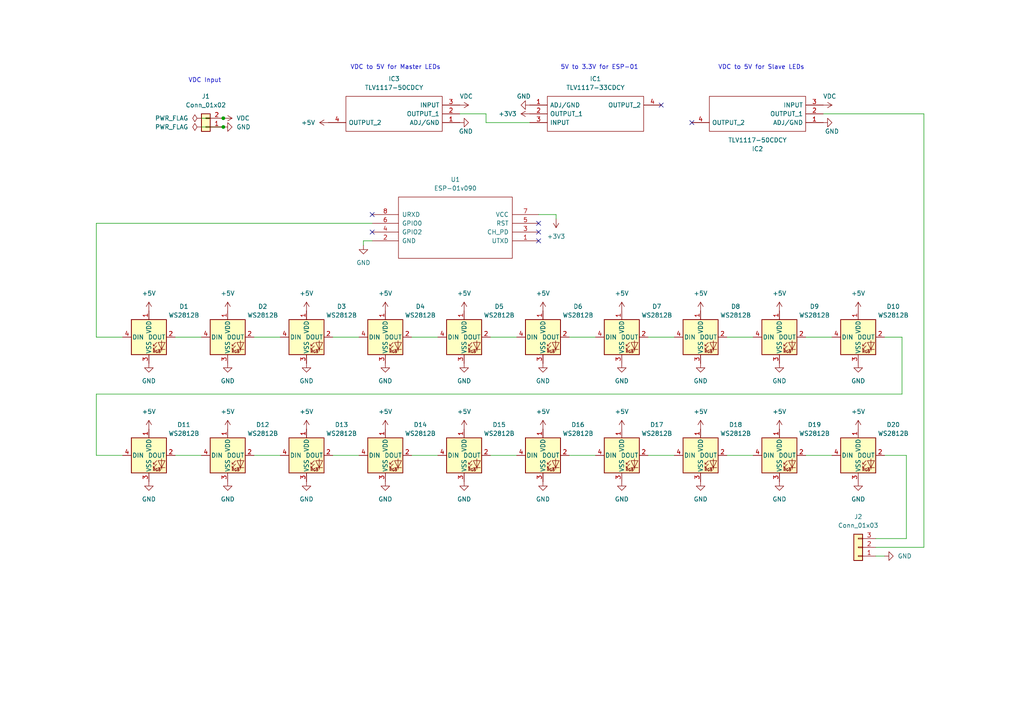
<source format=kicad_sch>
(kicad_sch (version 20211123) (generator eeschema)
  (paper "A4")
  (title_block (title "PCB Challenge - Master") (date "2022-01-06") (rev "01"))
  (lib_symbols
    (symbol "Connector_Generic:Conn_01x02" (pin_names (offset 1.016) hide)
      (property "Reference" "J" (at 0 2.54 0))
      (property "Value" "Conn_01x02" (at 0 -5.08 0))
      (symbol "Conn_01x02_1_1"
        (rectangle (start -1.27 -2.413) (end 0 -2.667) (stroke (width 0.1524)))
        (rectangle (start -1.27 0.127) (end 0 -0.127) (stroke (width 0.1524)))
        (rectangle (start -1.27 1.27) (end 1.27 -3.81) (stroke (width 0.254)) (fill (type background)))
        (pin passive line (at -5.08 0 0) (length 3.81) (name "Pin_1") (number "1"))
        (pin passive line (at -5.08 -2.54 0) (length 3.81) (name "Pin_2") (number "2"))
      )
    )
    (symbol "Connector_Generic:Conn_01x03" (pin_names (offset 1.016) hide)
      (property "Reference" "J" (at 0 5.08 0))
      (property "Value" "Conn_01x03" (at 0 -5.08 0))
      (symbol "Conn_01x03_1_1"
        (rectangle (start -1.27 -2.413) (end 0 -2.667) (stroke (width 0.1524)))
        (rectangle (start -1.27 0.127) (end 0 -0.127) (stroke (width 0.1524)))
        (rectangle (start -1.27 2.667) (end 0 2.413) (stroke (width 0.1524)))
        (rectangle (start -1.27 3.81) (end 1.27 -3.81) (stroke (width 0.254)) (fill (type background)))
        (pin passive line (at -5.08 2.54 0) (length 3.81) (name "Pin_1") (number "1"))
        (pin passive line (at -5.08 0 0) (length 3.81) (name "Pin_2") (number "2"))
        (pin passive line (at -5.08 -2.54 0) (length 3.81) (name "Pin_3") (number "3"))
      )
    )
    (symbol "ESP8266:ESP-01v090" (pin_names (offset 1.016))
      (property "Reference" "U" (at 0 -2.54 0))
      (property "Value" "ESP-01v090" (at 0 2.54 0))
      (symbol "ESP-01v090_1_0"
        (rectangle (start -16.51 -8.89) (end 16.51 8.89))
      )
      (symbol "ESP-01v090_1_1"
        (pin output line (at -24.13 3.81 0) (length 7.62) (name "UTXD") (number "1"))
        (pin power_in line (at 24.13 3.81 180) (length 7.62) (name "GND") (number "2"))
        (pin input line (at -24.13 1.27 0) (length 7.62) (name "CH_PD") (number "3"))
        (pin tri_state line (at 24.13 1.27 180) (length 7.62) (name "GPIO2") (number "4"))
        (pin input line (at -24.13 -1.27 0) (length 7.62) (name "RST") (number "5"))
        (pin tri_state line (at 24.13 -1.27 180) (length 7.62) (name "GPIO0") (number "6"))
        (pin power_in line (at -24.13 -3.81 0) (length 7.62) (name "VCC") (number "7"))
        (pin input line (at 24.13 -3.81 180) (length 7.62) (name "URXD") (number "8"))
      )
    )
    (symbol "LED:WS2812B" (pin_names (offset 0.254))
      (property "Reference" "D" (at 5.08 5.715 0))
      (property "Value" "WS2812B" (at 1.27 -5.715 0))
      (symbol "WS2812B_0_0"
        (text "RGB" (at 2.286 -4.191 0) (effects (font (size 0.762 0.762))))
      )
      (symbol "WS2812B_0_1"
        (polyline (pts (xy 1.27 -3.556) (xy 1.778 -3.556)))
        (polyline (pts (xy 1.27 -2.54) (xy 1.778 -2.54)))
        (polyline (pts (xy 4.699 -3.556) (xy 2.667 -3.556)))
        (polyline (pts (xy 2.286 -2.54) (xy 1.27 -3.556) (xy 1.27 -3.048)))
        (polyline (pts (xy 2.286 -1.524) (xy 1.27 -2.54) (xy 1.27 -2.032)))
        (polyline (pts (xy 3.683 -1.016) (xy 3.683 -3.556) (xy 3.683 -4.064)))
        (polyline (pts (xy 4.699 -1.524) (xy 2.667 -1.524) (xy 3.683 -3.556) (xy 4.699 -1.524)))
        (rectangle (start 5.08 5.08) (end -5.08 -5.08) (stroke (width 0.254)) (fill (type background)))
      )
      (symbol "WS2812B_1_1"
        (pin power_in line (at 0 7.62 270) (length 2.54) (name "VDD") (number "1"))
        (pin output line (at 7.62 0 180) (length 2.54) (name "DOUT") (number "2"))
        (pin power_in line (at 0 -7.62 90) (length 2.54) (name "VSS") (number "3"))
        (pin input line (at -7.62 0 0) (length 2.54) (name "DIN") (number "4"))
      )
    )
    (symbol "TLV1117-33CDCY:TLV1117-33CDCY" (pin_names (offset 0.762))
      (property "Reference" "IC1" (at 19.05 7.62 0))
      (property "Value" "TLV1117-33CDCY" (at 19.05 5.08 0))
      (symbol "TLV1117-33CDCY_0_0"
        (pin power_in line (at 0 0 0) (length 5.08) (name "ADJ/GND") (number "1"))
        (pin power_out line (at 0 -2.54 0) (length 5.08) (name "OUTPUT_1") (number "2"))
        (pin power_in line (at 0 -5.08 0) (length 5.08) (name "INPUT") (number "3"))
        (pin power_out line (at 38.1 0 180) (length 5.08) (name "OUTPUT_2") (number "4"))
      )
      (symbol "TLV1117-33CDCY_0_1"
        (polyline (pts (xy 5.08 2.54) (xy 33.02 2.54) (xy 33.02 -7.62) (xy 5.08 -7.62) (xy 5.08 2.54)) (stroke (width 0.1524)))
      )
    )
    (symbol "TLV1117-50CDCY:TLV1117-50CDCY" (pin_names (offset 0.762))
      (property "Reference" "IC2" (at 19.05 7.62 0))
      (property "Value" "TLV1117-50CDCY" (at 19.05 5.08 0))
      (symbol "TLV1117-50CDCY_0_0"
        (pin power_in line (at 0 0 0) (length 5.08) (name "ADJ/GND") (number "1"))
        (pin power_out line (at 0 -2.54 0) (length 5.08) (name "OUTPUT_1") (number "2"))
        (pin power_in line (at 0 -5.08 0) (length 5.08) (name "INPUT") (number "3"))
        (pin power_out line (at 38.1 0 180) (length 5.08) (name "OUTPUT_2") (number "4"))
      )
      (symbol "TLV1117-50CDCY_0_1"
        (polyline (pts (xy 5.08 2.54) (xy 33.02 2.54) (xy 33.02 -7.62) (xy 5.08 -7.62) (xy 5.08 2.54)) (stroke (width 0.1524)))
      )
    )
    (symbol "TLV1117-50CDCY_1" (pin_names (offset 0.762))
      (property "Reference" "IC3" (at 19.05 -12.7 0))
      (property "Value" "TLV1117-50CDCY" (at 15.24 -3.81 0))
      (symbol "TLV1117-50CDCY_1_0_0"
        (pin power_in line (at 7.62 -10.16 0) (length 5.08) (name "ADJ/GND") (number "1"))
        (pin power_out line (at 7.62 -12.7 0) (length 5.08) (name "OUTPUT_1") (number "2"))
        (pin power_in line (at 7.62 -15.24 0) (length 5.08) (name "INPUT") (number "3"))
        (pin power_out line (at 45.72 -10.16 180) (length 5.08) (name "OUTPUT_2") (number "4"))
      )
      (symbol "TLV1117-50CDCY_1_0_1"
        (polyline (pts (xy 12.7 -7.62) (xy 40.64 -7.62) (xy 40.64 -17.78) (xy 12.7 -17.78) (xy 12.7 -7.62)) (stroke (width 0.1524)))
      )
    )
    (symbol "power:+3.3V" (power) (pin_names (offset 0))
      (property "Value" "+3.3V" (at 0 3.556 0))
      (symbol "+3.3V_0_1"
        (polyline (pts (xy -0.762 1.27) (xy 0 2.54)))
        (polyline (pts (xy 0 0) (xy 0 2.54)))
        (polyline (pts (xy 0 2.54) (xy 0.762 1.27)))
      )
      (symbol "+3.3V_1_1"
        (pin power_in line (at 0 0 90) (length 0) hide (name "+3V3") (number "1"))
      )
    )
    (symbol "power:+5V" (power) (pin_names (offset 0))
      (property "Value" "+5V" (at 0 3.556 0))
      (symbol "+5V_0_1"
        (polyline (pts (xy -0.762 1.27) (xy 0 2.54)))
        (polyline (pts (xy 0 0) (xy 0 2.54)))
        (polyline (pts (xy 0 2.54) (xy 0.762 1.27)))
      )
      (symbol "+5V_1_1"
        (pin power_in line (at 0 0 90) (length 0) hide (name "+5V") (number "1"))
      )
    )
    (symbol "power:GND" (power) (pin_names (offset 0))
      (property "Value" "GND" (at 0 -3.81 0))
      (symbol "GND_0_1"
        (polyline (pts (xy 0 0) (xy 0 -1.27) (xy 1.27 -1.27) (xy 0 -2.54) (xy -1.27 -1.27) (xy 0 -1.27)))
      )
      (symbol "GND_1_1"
        (pin power_in line (at 0 0 270) (length 0) hide (name "GND") (number "1"))
      )
    )
    (symbol "power:PWR_FLAG" (power) (pin_numbers hide) (pin_names (offset 0) hide)
      (property "Value" "PWR_FLAG" (at 0 3.81 0))
      (symbol "PWR_FLAG_0_0"
        (pin power_out line (at 0 0 90) (length 0) (name "pwr") (number "1"))
      )
      (symbol "PWR_FLAG_0_1"
        (polyline (pts (xy 0 0) (xy 0 1.27) (xy -1.016 1.905) (xy 0 2.54) (xy 1.016 1.905) (xy 0 1.27)))
      )
    )
    (symbol "power:VDC" (power) (pin_names (offset 0))
      (property "Value" "VDC" (at 0 6.35 0))
      (symbol "VDC_0_1"
        (polyline (pts (xy -0.762 1.27) (xy 0 2.54)))
        (polyline (pts (xy 0 0) (xy 0 2.54)))
        (polyline (pts (xy 0 2.54) (xy 0.762 1.27)))
      )
      (symbol "VDC_1_1"
        (pin power_in line (at 0 0 90) (length 0) hide (name "VDC") (number "1"))
      )
    )
  )
  (junction (at 64.77 36.83))
  (junction (at 64.77 34.29))
  (no_connect (at 107.95 67.31))
  (no_connect (at 200.66 35.56))
  (no_connect (at 191.77 30.48))
  (no_connect (at 156.21 67.31))
  (no_connect (at 156.21 69.85))
  (no_connect (at 156.21 64.77))
  (no_connect (at 107.95 62.23))
  (wire (pts (xy 262.89 132.08) (xy 256.54 132.08)))
  (wire (pts (xy 140.97 35.56) (xy 153.67 35.56)))
  (wire (pts (xy 187.96 97.79) (xy 195.58 97.79)))
  (wire (pts (xy 73.66 132.08) (xy 81.28 132.08)))
  (wire (pts (xy 119.38 132.08) (xy 127 132.08)))
  (wire (pts (xy 27.94 132.08) (xy 35.56 132.08)))
  (wire (pts (xy 119.38 97.79) (xy 127 97.79)))
  (wire (pts (xy 133.35 33.02) (xy 140.97 33.02)))
  (wire (pts (xy 96.52 132.08) (xy 104.14 132.08)))
  (wire (pts (xy 142.24 97.79) (xy 149.86 97.79)))
  (wire (pts (xy 161.29 62.23) (xy 161.29 63.5)))
  (wire (pts (xy 233.68 132.08) (xy 241.3 132.08)))
  (wire (pts (xy 96.52 97.79) (xy 104.14 97.79)))
  (wire (pts (xy 27.94 114.3) (xy 27.94 132.08)))
  (wire (pts (xy 262.89 156.21) (xy 262.89 132.08)))
  (wire (pts (xy 210.82 97.79) (xy 218.44 97.79)))
  (wire (pts (xy 142.24 132.08) (xy 149.86 132.08)))
  (wire (pts (xy 254 156.21) (xy 262.89 156.21)))
  (wire (pts (xy 238.76 33.02) (xy 267.97 33.02)))
  (wire (pts (xy 254 161.29) (xy 256.54 161.29)))
  (wire (pts (xy 107.95 69.85) (xy 105.41 69.85)))
  (wire (pts (xy 261.62 97.79) (xy 261.62 114.3)))
  (wire (pts (xy 187.96 132.08) (xy 195.58 132.08)))
  (wire (pts (xy 140.97 33.02) (xy 140.97 35.56)))
  (wire (pts (xy 156.21 62.23) (xy 161.29 62.23)))
  (wire (pts (xy 105.41 69.85) (xy 105.41 71.12)))
  (wire (pts (xy 261.62 114.3) (xy 27.94 114.3)))
  (wire (pts (xy 233.68 97.79) (xy 241.3 97.79)))
  (wire (pts (xy 27.94 97.79) (xy 35.56 97.79)))
  (wire (pts (xy 58.42 36.83) (xy 64.77 36.83)))
  (wire (pts (xy 210.82 132.08) (xy 218.44 132.08)))
  (wire (pts (xy 165.1 132.08) (xy 172.72 132.08)))
  (wire (pts (xy 73.66 97.79) (xy 81.28 97.79)))
  (wire (pts (xy 107.95 64.77) (xy 27.94 64.77)))
  (wire (pts (xy 50.8 97.79) (xy 58.42 97.79)))
  (wire (pts (xy 58.42 34.29) (xy 64.77 34.29)))
  (wire (pts (xy 267.97 33.02) (xy 267.97 158.75)))
  (wire (pts (xy 254 158.75) (xy 267.97 158.75)))
  (wire (pts (xy 165.1 97.79) (xy 172.72 97.79)))
  (wire (pts (xy 50.8 132.08) (xy 58.42 132.08)))
  (wire (pts (xy 27.94 64.77) (xy 27.94 97.79)))
  (wire (pts (xy 256.54 97.79) (xy 261.62 97.79)))
  (text "5V to 3.3V for ESP-01" (at 162.56 20.32 0) (effects (font (size 1.27 1.27)) (justify left bottom)))
  (text "VDC to 5V for Slave LEDs" (at 208.28 20.32 0) (effects (font (size 1.27 1.27)) (justify left bottom)))
  (text "VDC Input" (at 54.61 24.13 0) (effects (font (size 1.27 1.27)) (justify left bottom)))
  (text "VDC to 5V for Master LEDs" (at 101.6 20.32 0) (effects (font (size 1.27 1.27)) (justify left bottom)))
  (symbol (lib_id "power:+5V") (at 134.62 124.46 0) (unit 1)
    (property "Reference" "#PWR036" (effects hide))
    (property "Value" "+5V" (at 134.62 119.38 0))
  )
  (symbol (lib_id "LED:WS2812B") (at 226.06 132.08 0) (unit 1)
    (property "Reference" "D19" (at 236.22 123.19 0))
    (property "Value" "WS2812B" (at 236.22 125.73 0))
    (property "Footprint" "LED_SMD:LED_WS2812B_PLCC4_5.0x5.0mm_P3.2mm" (effects hide))
    (property "Datasheet" "https://cdn-shop.adafruit.com/datasheets/WS2812B.pdf" (effects hide))
  )
  (symbol (lib_id "power:+5V") (at 88.9 124.46 0) (unit 1)
    (property "Reference" "#PWR034" (effects hide))
    (property "Value" "+5V" (at 88.9 119.38 0))
  )
  (symbol (lib_id "power:GND") (at 157.48 105.41 0) (unit 1)
    (property "Reference" "#PWR027" (effects hide))
    (property "Value" "GND" (at 157.48 110.49 0))
  )
  (symbol (lib_id "power:GND") (at 88.9 139.7 0) (unit 1)
    (property "Reference" "#PWR044" (effects hide))
    (property "Value" "GND" (at 88.9 144.78 0))
  )
  (symbol (lib_id "LED:WS2812B") (at 248.92 132.08 0) (unit 1)
    (property "Reference" "D20" (at 259.08 123.19 0))
    (property "Value" "WS2812B" (at 259.08 125.73 0))
    (property "Footprint" "LED_SMD:LED_WS2812B_PLCC4_5.0x5.0mm_P3.2mm" (effects hide))
    (property "Datasheet" "https://cdn-shop.adafruit.com/datasheets/WS2812B.pdf" (effects hide))
  )
  (symbol (lib_id "LED:WS2812B") (at 180.34 97.79 0) (unit 1)
    (property "Reference" "D7" (at 190.5 88.9 0))
    (property "Value" "WS2812B" (at 190.5 91.44 0))
    (property "Footprint" "LED_SMD:LED_WS2812B_PLCC4_5.0x5.0mm_P3.2mm" (effects hide))
    (property "Datasheet" "https://cdn-shop.adafruit.com/datasheets/WS2812B.pdf" (effects hide))
  )
  (symbol (lib_id "power:+5V") (at 226.06 90.17 0) (unit 1)
    (property "Reference" "#PWR020" (effects hide))
    (property "Value" "+5V" (at 226.06 85.09 0))
  )
  (symbol (lib_id "power:+5V") (at 66.04 124.46 0) (unit 1)
    (property "Reference" "#PWR033" (effects hide))
    (property "Value" "+5V" (at 66.04 119.38 0))
  )
  (symbol (lib_id "power:+5V") (at 203.2 124.46 0) (unit 1)
    (property "Reference" "#PWR039" (effects hide))
    (property "Value" "+5V" (at 203.2 119.38 0))
  )
  (symbol (lib_id "Connector_Generic:Conn_01x02") (at 59.69 36.83 180) (unit 1)
    (property "Reference" "J1" (at 59.69 27.94 0))
    (property "Value" "Conn_01x02" (at 59.69 30.48 0))
    (property "Footprint" "Connector_PinHeader_2.54mm:PinHeader_1x02_P2.54mm_Horizontal" (effects hide))
  )
  (symbol (lib_id "power:GND") (at 248.92 105.41 0) (unit 1)
    (property "Reference" "#PWR031" (effects hide))
    (property "Value" "GND" (at 248.92 110.49 0))
  )
  (symbol (lib_id "LED:WS2812B") (at 88.9 97.79 0) (unit 1)
    (property "Reference" "D3" (at 99.06 88.9 0))
    (property "Value" "WS2812B" (at 99.06 91.44 0))
    (property "Footprint" "LED_SMD:LED_WS2812B_PLCC4_5.0x5.0mm_P3.2mm" (effects hide))
    (property "Datasheet" "https://cdn-shop.adafruit.com/datasheets/WS2812B.pdf" (effects hide))
  )
  (symbol (lib_id "power:GND") (at 66.04 139.7 0) (unit 1)
    (property "Reference" "#PWR043" (effects hide))
    (property "Value" "GND" (at 66.04 144.78 0))
  )
  (symbol (lib_id "LED:WS2812B") (at 203.2 132.08 0) (unit 1)
    (property "Reference" "D18" (at 213.36 123.19 0))
    (property "Value" "WS2812B" (at 213.36 125.73 0))
    (property "Footprint" "LED_SMD:LED_WS2812B_PLCC4_5.0x5.0mm_P3.2mm" (effects hide))
    (property "Datasheet" "https://cdn-shop.adafruit.com/datasheets/WS2812B.pdf" (effects hide))
  )
  (symbol (lib_id "power:+5V") (at 95.25 35.56 90) (unit 1)
    (property "Reference" "#PWR06" (effects hide))
    (property "Value" "+5V" (at 91.44 35.56 90) (effects (justify left)))
  )
  (symbol (lib_id "power:+5V") (at 43.18 90.17 0) (unit 1)
    (property "Reference" "#PWR012" (effects hide))
    (property "Value" "+5V" (at 43.18 85.09 0))
  )
  (symbol (lib_id "TLV1117-50CDCY:TLV1117-50CDCY") (at 238.76 35.56 180) (unit 1)
    (property "Reference" "IC2" (at 219.71 43.18 0))
    (property "Value" "TLV1117-50CDCY" (at 219.71 40.64 0))
    (property "Footprint" "TLV1117:TLV1117-50CDCY" (effects hide))
    (property "Datasheet" "https://www.ti.com/lit/ds/symlink/tlv1117.pdf?ts=1607586972995&ref_url=https%253A%252F%252Fwww.ti.com%252Fstore%252Fti%252Fen%252Fp%252Fproduct%252F%253Fp%253DTLV1117IDCY" (effects hide))
    (property "Description" "Single Output LDO, 800mA, Fixed and Adj., Internal Current limit, Thermal Overload Protection" (effects hide))
    (property "Height" "1.8" (effects hide))
    (property "Manufacturer_Name" "Texas Instruments" (effects hide))
    (property "Manufacturer_Part_Number" "TLV1117-50CDCY" (effects hide))
    (property "Mouser Part Number" "595-TLV1117-50CDCY" (effects hide))
    (property "Mouser Price/Stock" "https://www.mouser.co.uk/ProductDetail/Texas-Instruments/TLV1117-50CDCY?qs=p6lVfQR1GSpDSJc9oax3wA%3D%3D" (effects hide))
    (property "Arrow Part Number" "TLV1117-50CDCY" (effects hide))
    (property "Arrow Price/Stock" "https://www.arrow.com/en/products/tlv1117-50cdcy/texas-instruments" (effects hide))
  )
  (symbol (lib_name "TLV1117-50CDCY_1") (lib_id "TLV1117-50CDCY:TLV1117-50CDCY") (at 140.97 45.72 180) (unit 1)
    (property "Reference" "IC3" (at 114.3 22.86 0))
    (property "Value" "TLV1117-50CDCY" (at 114.3 25.4 0))
    (property "Footprint" "TLV1117:TLV1117-50CDCY" (effects hide))
    (property "Datasheet" "https://www.ti.com/lit/ds/symlink/tlv1117.pdf?ts=1607586972995&ref_url=https%253A%252F%252Fwww.ti.com%252Fstore%252Fti%252Fen%252Fp%252Fproduct%252F%253Fp%253DTLV1117IDCY" (effects hide))
    (property "Description" "Single Output LDO, 800mA, Fixed and Adj., Internal Current limit, Thermal Overload Protection" (effects hide))
    (property "Height" "1.8" (effects hide))
    (property "Manufacturer_Name" "Texas Instruments" (effects hide))
    (property "Manufacturer_Part_Number" "TLV1117-50CDCY" (effects hide))
    (property "Mouser Part Number" "595-TLV1117-50CDCY" (effects hide))
    (property "Mouser Price/Stock" "https://www.mouser.co.uk/ProductDetail/Texas-Instruments/TLV1117-50CDCY?qs=p6lVfQR1GSpDSJc9oax3wA%3D%3D" (effects hide))
    (property "Arrow Part Number" "TLV1117-50CDCY" (effects hide))
    (property "Arrow Price/Stock" "https://www.arrow.com/en/products/tlv1117-50cdcy/texas-instruments" (effects hide))
  )
  (symbol (lib_id "power:GND") (at 134.62 139.7 0) (unit 1)
    (property "Reference" "#PWR046" (effects hide))
    (property "Value" "GND" (at 134.62 144.78 0))
  )
  (symbol (lib_id "LED:WS2812B") (at 157.48 132.08 0) (unit 1)
    (property "Reference" "D16" (at 167.64 123.19 0))
    (property "Value" "WS2812B" (at 167.64 125.73 0))
    (property "Footprint" "LED_SMD:LED_WS2812B_PLCC4_5.0x5.0mm_P3.2mm" (effects hide))
    (property "Datasheet" "https://cdn-shop.adafruit.com/datasheets/WS2812B.pdf" (effects hide))
  )
  (symbol (lib_id "power:+5V") (at 248.92 124.46 0) (unit 1)
    (property "Reference" "#PWR041" (effects hide))
    (property "Value" "+5V" (at 248.92 119.38 0))
  )
  (symbol (lib_id "power:GND") (at 111.76 105.41 0) (unit 1)
    (property "Reference" "#PWR025" (effects hide))
    (property "Value" "GND" (at 111.76 110.49 0))
  )
  (symbol (lib_id "power:GND") (at 66.04 105.41 0) (unit 1)
    (property "Reference" "#PWR023" (effects hide))
    (property "Value" "GND" (at 66.04 110.49 0))
  )
  (symbol (lib_id "power:+5V") (at 248.92 90.17 0) (unit 1)
    (property "Reference" "#PWR021" (effects hide))
    (property "Value" "+5V" (at 248.92 85.09 0))
  )
  (symbol (lib_id "TLV1117-33CDCY:TLV1117-33CDCY") (at 153.67 30.48 0) (unit 1)
    (property "Reference" "IC1" (at 172.72 22.86 0))
    (property "Value" "TLV1117-33CDCY" (at 172.72 25.4 0))
    (property "Footprint" "TLV1117:TLV1117-33CDCY" (effects hide))
    (property "Datasheet" "https://datasheet.datasheetarchive.com/originals/distributors/Datasheets-DGA25/1767134.pdf" (effects hide))
    (property "Description" "Single Output LDO, 800mA, Fixed and Adj., Internal Current limit, Thermal Overload Protection" (effects hide))
    (property "Height" "1.8" (effects hide))
    (property "Manufacturer_Name" "Texas Instruments" (effects hide))
    (property "Manufacturer_Part_Number" "TLV1117-33CDCY" (effects hide))
    (property "Mouser Part Number" "595-TLV1117-33CDCY" (effects hide))
    (property "Mouser Price/Stock" "https://www.mouser.co.uk/ProductDetail/Texas-Instruments/TLV1117-33CDCY?qs=p6lVfQR1GSrArgD96KIXHQ%3D%3D" (effects hide))
    (property "Arrow Part Number" "TLV1117-33CDCY" (effects hide))
    (property "Arrow Price/Stock" "https://www.arrow.com/en/products/tlv1117-33cdcy/texas-instruments?region=nac" (effects hide))
  )
  (symbol (lib_id "power:GND") (at 105.41 71.12 0) (unit 1)
    (property "Reference" "#PWR011" (effects hide))
    (property "Value" "GND" (at 105.41 76.2 0))
  )
  (symbol (lib_id "power:GND") (at 180.34 105.41 0) (unit 1)
    (property "Reference" "#PWR028" (effects hide))
    (property "Value" "GND" (at 180.34 110.49 0))
  )
  (symbol (lib_id "power:GND") (at 238.76 35.56 90) (unit 1)
    (property "Reference" "#PWR04" (effects hide))
    (property "Value" "GND" (at 241.3 38.1 90))
  )
  (symbol (lib_id "power:+5V") (at 180.34 124.46 0) (unit 1)
    (property "Reference" "#PWR038" (effects hide))
    (property "Value" "+5V" (at 180.34 119.38 0))
  )
  (symbol (lib_id "power:GND") (at 256.54 161.29 90) (unit 1)
    (property "Reference" "#PWR052" (effects hide))
    (property "Value" "GND" (at 260.35 161.2899 90) (effects (justify right)))
  )
  (symbol (lib_id "power:+5V") (at 180.34 90.17 0) (unit 1)
    (property "Reference" "#PWR018" (effects hide))
    (property "Value" "+5V" (at 180.34 85.09 0))
  )
  (symbol (lib_id "power:GND") (at 226.06 139.7 0) (unit 1)
    (property "Reference" "#PWR050" (effects hide))
    (property "Value" "GND" (at 226.06 144.78 0))
  )
  (symbol (lib_id "power:GND") (at 203.2 105.41 0) (unit 1)
    (property "Reference" "#PWR029" (effects hide))
    (property "Value" "GND" (at 203.2 110.49 0))
  )
  (symbol (lib_id "power:GND") (at 248.92 139.7 0) (unit 1)
    (property "Reference" "#PWR051" (effects hide))
    (property "Value" "GND" (at 248.92 144.78 0))
  )
  (symbol (lib_id "power:GND") (at 64.77 36.83 90) (unit 1)
    (property "Reference" "#PWR09" (effects hide))
    (property "Value" "GND" (at 68.58 36.8299 90) (effects (justify right)))
  )
  (symbol (lib_id "LED:WS2812B") (at 66.04 97.79 0) (unit 1)
    (property "Reference" "D2" (at 76.2 88.9 0))
    (property "Value" "WS2812B" (at 76.2 91.44 0))
    (property "Footprint" "LED_SMD:LED_WS2812B_PLCC4_5.0x5.0mm_P3.2mm" (effects hide))
    (property "Datasheet" "https://cdn-shop.adafruit.com/datasheets/WS2812B.pdf" (effects hide))
  )
  (symbol (lib_id "power:GND") (at 157.48 139.7 0) (unit 1)
    (property "Reference" "#PWR047" (effects hide))
    (property "Value" "GND" (at 157.48 144.78 0))
  )
  (symbol (lib_id "LED:WS2812B") (at 111.76 97.79 0) (unit 1)
    (property "Reference" "D4" (at 121.92 88.9 0))
    (property "Value" "WS2812B" (at 121.92 91.44 0))
    (property "Footprint" "LED_SMD:LED_WS2812B_PLCC4_5.0x5.0mm_P3.2mm" (effects hide))
    (property "Datasheet" "https://cdn-shop.adafruit.com/datasheets/WS2812B.pdf" (effects hide))
  )
  (symbol (lib_id "power:GND") (at 88.9 105.41 0) (unit 1)
    (property "Reference" "#PWR024" (effects hide))
    (property "Value" "GND" (at 88.9 110.49 0))
  )
  (symbol (lib_id "power:+5V") (at 111.76 124.46 0) (unit 1)
    (property "Reference" "#PWR035" (effects hide))
    (property "Value" "+5V" (at 111.76 119.38 0))
  )
  (symbol (lib_id "power:+5V") (at 203.2 90.17 0) (unit 1)
    (property "Reference" "#PWR019" (effects hide))
    (property "Value" "+5V" (at 203.2 85.09 0))
  )
  (symbol (lib_id "ESP8266:ESP-01v090") (at 132.08 66.04 180) (unit 1)
    (property "Reference" "U1" (at 132.08 52.07 0))
    (property "Value" "ESP-01v090" (at 132.08 54.61 0))
    (property "Footprint" "ESP8266:ESP-01" (effects hide))
  )
  (symbol (lib_id "LED:WS2812B") (at 111.76 132.08 0) (unit 1)
    (property "Reference" "D14" (at 121.92 123.19 0))
    (property "Value" "WS2812B" (at 121.92 125.73 0))
    (property "Footprint" "LED_SMD:LED_WS2812B_PLCC4_5.0x5.0mm_P3.2mm" (effects hide))
    (property "Datasheet" "https://cdn-shop.adafruit.com/datasheets/WS2812B.pdf" (effects hide))
  )
  (symbol (lib_id "power:GND") (at 226.06 105.41 0) (unit 1)
    (property "Reference" "#PWR030" (effects hide))
    (property "Value" "GND" (at 226.06 110.49 0))
  )
  (symbol (lib_id "power:GND") (at 180.34 139.7 0) (unit 1)
    (property "Reference" "#PWR048" (effects hide))
    (property "Value" "GND" (at 180.34 144.78 0))
  )
  (symbol (lib_id "LED:WS2812B") (at 43.18 97.79 0) (unit 1)
    (property "Reference" "D1" (at 53.34 88.9 0))
    (property "Value" "WS2812B" (at 53.34 91.44 0))
    (property "Footprint" "LED_SMD:LED_WS2812B_PLCC4_5.0x5.0mm_P3.2mm" (effects hide))
    (property "Datasheet" "https://cdn-shop.adafruit.com/datasheets/WS2812B.pdf" (effects hide))
  )
  (symbol (lib_id "power:GND") (at 134.62 105.41 0) (unit 1)
    (property "Reference" "#PWR026" (effects hide))
    (property "Value" "GND" (at 134.62 110.49 0))
  )
  (symbol (lib_id "LED:WS2812B") (at 226.06 97.79 0) (unit 1)
    (property "Reference" "D9" (at 236.22 88.9 0))
    (property "Value" "WS2812B" (at 236.22 91.44 0))
    (property "Footprint" "LED_SMD:LED_WS2812B_PLCC4_5.0x5.0mm_P3.2mm" (effects hide))
    (property "Datasheet" "https://cdn-shop.adafruit.com/datasheets/WS2812B.pdf" (effects hide))
  )
  (symbol (lib_id "LED:WS2812B") (at 203.2 97.79 0) (unit 1)
    (property "Reference" "D8" (at 213.36 88.9 0))
    (property "Value" "WS2812B" (at 213.36 91.44 0))
    (property "Footprint" "LED_SMD:LED_WS2812B_PLCC4_5.0x5.0mm_P3.2mm" (effects hide))
    (property "Datasheet" "https://cdn-shop.adafruit.com/datasheets/WS2812B.pdf" (effects hide))
  )
  (symbol (lib_id "Connector_Generic:Conn_01x03") (at 248.92 158.75 180) (unit 1)
    (property "Reference" "J2" (at 248.92 149.86 0))
    (property "Value" "Conn_01x03" (at 248.92 152.4 0))
    (property "Footprint" "Connector_PinHeader_2.54mm:PinHeader_1x03_P2.54mm_Vertical" (effects hide))
  )
  (symbol (lib_id "power:+5V") (at 134.62 90.17 0) (unit 1)
    (property "Reference" "#PWR016" (effects hide))
    (property "Value" "+5V" (at 134.62 85.09 0))
  )
  (symbol (lib_id "power:+5V") (at 66.04 90.17 0) (unit 1)
    (property "Reference" "#PWR013" (effects hide))
    (property "Value" "+5V" (at 66.04 85.09 0))
  )
  (symbol (lib_id "power:PWR_FLAG") (at 58.42 36.83 90) (unit 1)
    (property "Reference" "#FLG02" (effects hide))
    (property "Value" "PWR_FLAG" (at 54.61 36.8299 90) (effects (justify left)))
  )
  (symbol (lib_id "LED:WS2812B") (at 134.62 132.08 0) (unit 1)
    (property "Reference" "D15" (at 144.78 123.19 0))
    (property "Value" "WS2812B" (at 144.78 125.73 0))
    (property "Footprint" "LED_SMD:LED_WS2812B_PLCC4_5.0x5.0mm_P3.2mm" (effects hide))
    (property "Datasheet" "https://cdn-shop.adafruit.com/datasheets/WS2812B.pdf" (effects hide))
  )
  (symbol (lib_id "power:PWR_FLAG") (at 58.42 34.29 90) (unit 1)
    (property "Reference" "#FLG01" (effects hide))
    (property "Value" "PWR_FLAG" (at 54.61 34.2899 90) (effects (justify left)))
  )
  (symbol (lib_id "power:+5V") (at 157.48 124.46 0) (unit 1)
    (property "Reference" "#PWR037" (effects hide))
    (property "Value" "+5V" (at 157.48 119.38 0))
  )
  (symbol (lib_id "power:+5V") (at 88.9 90.17 0) (unit 1)
    (property "Reference" "#PWR014" (effects hide))
    (property "Value" "+5V" (at 88.9 85.09 0))
  )
  (symbol (lib_id "power:+5V") (at 111.76 90.17 0) (unit 1)
    (property "Reference" "#PWR015" (effects hide))
    (property "Value" "+5V" (at 111.76 85.09 0))
  )
  (symbol (lib_id "power:VDC") (at 133.35 30.48 270) (unit 1)
    (property "Reference" "#PWR01" (effects hide))
    (property "Value" "VDC" (at 137.16 27.94 90) (effects (justify right)))
  )
  (symbol (lib_id "power:GND") (at 43.18 139.7 0) (unit 1)
    (property "Reference" "#PWR042" (effects hide))
    (property "Value" "GND" (at 43.18 144.78 0))
  )
  (symbol (lib_id "power:+3.3V") (at 153.67 33.02 90) (unit 1)
    (property "Reference" "#PWR03" (effects hide))
    (property "Value" "+3.3V" (at 149.86 33.02 90) (effects (justify left)))
  )
  (symbol (lib_id "power:GND") (at 133.35 35.56 90) (unit 1)
    (property "Reference" "#PWR07" (effects hide))
    (property "Value" "GND" (at 137.16 38.1 90) (effects (justify left)))
  )
  (symbol (lib_id "LED:WS2812B") (at 180.34 132.08 0) (unit 1)
    (property "Reference" "D17" (at 190.5 123.19 0))
    (property "Value" "WS2812B" (at 190.5 125.73 0))
    (property "Footprint" "LED_SMD:LED_WS2812B_PLCC4_5.0x5.0mm_P3.2mm" (effects hide))
    (property "Datasheet" "https://cdn-shop.adafruit.com/datasheets/WS2812B.pdf" (effects hide))
  )
  (symbol (lib_id "LED:WS2812B") (at 134.62 97.79 0) (unit 1)
    (property "Reference" "D5" (at 144.78 88.9 0))
    (property "Value" "WS2812B" (at 144.78 91.44 0))
    (property "Footprint" "LED_SMD:LED_WS2812B_PLCC4_5.0x5.0mm_P3.2mm" (effects hide))
    (property "Datasheet" "https://cdn-shop.adafruit.com/datasheets/WS2812B.pdf" (effects hide))
  )
  (symbol (lib_id "power:+3.3V") (at 161.29 63.5 180) (unit 1)
    (property "Reference" "#PWR010" (effects hide))
    (property "Value" "+3.3V" (at 161.29 68.58 0))
  )
  (symbol (lib_id "power:GND") (at 111.76 139.7 0) (unit 1)
    (property "Reference" "#PWR045" (effects hide))
    (property "Value" "GND" (at 111.76 144.78 0))
  )
  (symbol (lib_id "power:+5V") (at 226.06 124.46 0) (unit 1)
    (property "Reference" "#PWR040" (effects hide))
    (property "Value" "+5V" (at 226.06 119.38 0))
  )
  (symbol (lib_id "LED:WS2812B") (at 248.92 97.79 0) (unit 1)
    (property "Reference" "D10" (at 259.08 88.9 0))
    (property "Value" "WS2812B" (at 259.08 91.44 0))
    (property "Footprint" "LED_SMD:LED_WS2812B_PLCC4_5.0x5.0mm_P3.2mm" (effects hide))
    (property "Datasheet" "https://cdn-shop.adafruit.com/datasheets/WS2812B.pdf" (effects hide))
  )
  (symbol (lib_id "power:GND") (at 153.67 30.48 270) (unit 1)
    (property "Reference" "#PWR02" (effects hide))
    (property "Value" "GND" (at 149.86 27.94 90) (effects (justify left)))
  )
  (symbol (lib_id "power:+5V") (at 157.48 90.17 0) (unit 1)
    (property "Reference" "#PWR017" (effects hide))
    (property "Value" "+5V" (at 157.48 85.09 0))
  )
  (symbol (lib_id "LED:WS2812B") (at 43.18 132.08 0) (unit 1)
    (property "Reference" "D11" (at 53.34 123.19 0))
    (property "Value" "WS2812B" (at 53.34 125.73 0))
    (property "Footprint" "LED_SMD:LED_WS2812B_PLCC4_5.0x5.0mm_P3.2mm" (effects hide))
    (property "Datasheet" "https://cdn-shop.adafruit.com/datasheets/WS2812B.pdf" (effects hide))
  )
  (symbol (lib_id "power:GND") (at 43.18 105.41 0) (unit 1)
    (property "Reference" "#PWR022" (effects hide))
    (property "Value" "GND" (at 43.18 110.49 0))
  )
  (symbol (lib_id "LED:WS2812B") (at 66.04 132.08 0) (unit 1)
    (property "Reference" "D12" (at 76.2 123.19 0))
    (property "Value" "WS2812B" (at 76.2 125.73 0))
    (property "Footprint" "LED_SMD:LED_WS2812B_PLCC4_5.0x5.0mm_P3.2mm" (effects hide))
    (property "Datasheet" "https://cdn-shop.adafruit.com/datasheets/WS2812B.pdf" (effects hide))
  )
  (symbol (lib_id "power:+5V") (at 43.18 124.46 0) (unit 1)
    (property "Reference" "#PWR032" (effects hide))
    (property "Value" "+5V" (at 43.18 119.38 0))
  )
  (symbol (lib_id "power:GND") (at 203.2 139.7 0) (unit 1)
    (property "Reference" "#PWR049" (effects hide))
    (property "Value" "GND" (at 203.2 144.78 0))
  )
  (symbol (lib_id "LED:WS2812B") (at 88.9 132.08 0) (unit 1)
    (property "Reference" "D13" (at 99.06 123.19 0))
    (property "Value" "WS2812B" (at 99.06 125.73 0))
    (property "Footprint" "LED_SMD:LED_WS2812B_PLCC4_5.0x5.0mm_P3.2mm" (effects hide))
    (property "Datasheet" "https://cdn-shop.adafruit.com/datasheets/WS2812B.pdf" (effects hide))
  )
  (symbol (lib_id "power:VDC") (at 64.77 34.29 270) (unit 1)
    (property "Reference" "#PWR05" (effects hide))
    (property "Value" "VDC" (at 68.58 34.2899 90) (effects (justify left)))
  )
  (symbol (lib_id "LED:WS2812B") (at 157.48 97.79 0) (unit 1)
    (property "Reference" "D6" (at 167.64 88.9 0))
    (property "Value" "WS2812B" (at 167.64 91.44 0))
    (property "Footprint" "LED_SMD:LED_WS2812B_PLCC4_5.0x5.0mm_P3.2mm" (effects hide))
    (property "Datasheet" "https://cdn-shop.adafruit.com/datasheets/WS2812B.pdf" (effects hide))
  )
  (symbol (lib_id "power:VDC") (at 238.76 30.48 270) (unit 1)
    (property "Reference" "#PWR08" (effects hide))
    (property "Value" "VDC" (at 242.57 27.94 90) (effects (justify right)))
  )
)
</source>
